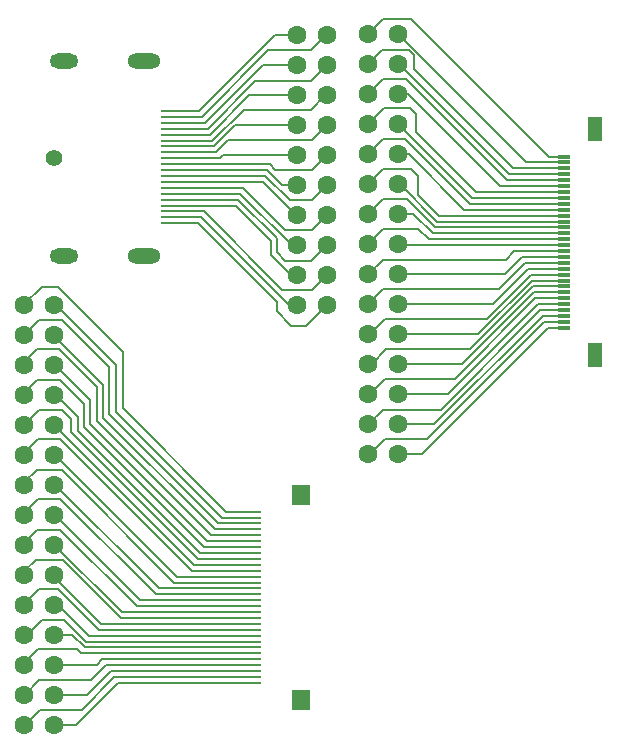
<source format=gbr>
G04 #@! TF.FileFunction,Copper,L1,Top,Signal*
%FSLAX46Y46*%
G04 Gerber Fmt 4.6, Leading zero omitted, Abs format (unit mm)*
G04 Created by KiCad (PCBNEW 4.0.7) date 08/09/18 14:36:55*
%MOMM*%
%LPD*%
G01*
G04 APERTURE LIST*
%ADD10C,0.100000*%
%ADD11R,2.400000X0.280000*%
%ADD12O,2.800000X1.300000*%
%ADD13O,2.400000X1.300000*%
%ADD14C,1.400000*%
%ADD15R,1.100000X0.250000*%
%ADD16R,1.500000X1.750000*%
%ADD17C,1.602000*%
%ADD18R,1.300000X2.000000*%
%ADD19R,1.000000X0.300000*%
%ADD20C,0.152400*%
G04 APERTURE END LIST*
D10*
D11*
X145916000Y-58332000D03*
X145916000Y-57832000D03*
X145916000Y-57332000D03*
X145916000Y-56832000D03*
X145916000Y-56332000D03*
X145916000Y-48832000D03*
X145916000Y-49332000D03*
X145916000Y-49832000D03*
X145916000Y-50332000D03*
X145916000Y-50832000D03*
X145916000Y-51332000D03*
X145916000Y-51832000D03*
X145916000Y-52332000D03*
X145916000Y-55832000D03*
X145916000Y-55332000D03*
X145916000Y-54832000D03*
X145916000Y-54332000D03*
X145916000Y-53832000D03*
X145916000Y-53332000D03*
D12*
X143316000Y-44582000D03*
D13*
X136536000Y-44582000D03*
D14*
X135636000Y-52832000D03*
D13*
X136536000Y-61082000D03*
D12*
X143316000Y-61082000D03*
D11*
X145916000Y-52832000D03*
D15*
X152650000Y-97250000D03*
X152650000Y-96750000D03*
X152650000Y-96250000D03*
X152650000Y-95750000D03*
X152650000Y-95250000D03*
X152650000Y-94750000D03*
X152650000Y-94250000D03*
X152650000Y-93750000D03*
X152650000Y-93250000D03*
X152650000Y-92750000D03*
X152650000Y-92250000D03*
X152650000Y-91750000D03*
X152650000Y-91250000D03*
X152650000Y-90750000D03*
X152650000Y-90250000D03*
X152650000Y-89750000D03*
X152650000Y-89250000D03*
X152650000Y-88750000D03*
X152650000Y-88250000D03*
X152650000Y-87750000D03*
X152650000Y-87250000D03*
X152650000Y-86750000D03*
X152650000Y-86250000D03*
X152650000Y-85750000D03*
X152650000Y-85250000D03*
X152650000Y-84750000D03*
X152650000Y-84250000D03*
X152650000Y-83750000D03*
X152650000Y-83250000D03*
X152650000Y-82750000D03*
D16*
X156550000Y-98675000D03*
X156550000Y-81325000D03*
D17*
X164770000Y-77880000D03*
X162230000Y-77880000D03*
X164770000Y-75340000D03*
X162230000Y-75340000D03*
X164770000Y-72800000D03*
X162230000Y-72800000D03*
X164770000Y-70260000D03*
X162230000Y-70260000D03*
X164770000Y-67720000D03*
X162230000Y-67720000D03*
X164770000Y-65180000D03*
X162230000Y-65180000D03*
X164770000Y-62640000D03*
X162230000Y-62640000D03*
X164770000Y-60100000D03*
X162230000Y-60100000D03*
X164770000Y-57560000D03*
X162230000Y-57560000D03*
X164770000Y-55020000D03*
X162230000Y-55020000D03*
X164770000Y-52480000D03*
X162230000Y-52480000D03*
X164770000Y-49940000D03*
X162230000Y-49940000D03*
X164770000Y-47400000D03*
X162230000Y-47400000D03*
X164770000Y-44860000D03*
X162230000Y-44860000D03*
X164770000Y-42320000D03*
X162230000Y-42320000D03*
X135670000Y-100780000D03*
X133130000Y-100780000D03*
X135670000Y-98240000D03*
X133130000Y-98240000D03*
X135670000Y-95700000D03*
X133130000Y-95700000D03*
X135670000Y-93160000D03*
X133130000Y-93160000D03*
X135670000Y-90620000D03*
X133130000Y-90620000D03*
X135670000Y-88080000D03*
X133130000Y-88080000D03*
X135670000Y-85540000D03*
X133130000Y-85540000D03*
X135670000Y-83000000D03*
X133130000Y-83000000D03*
X135670000Y-80460000D03*
X133130000Y-80460000D03*
X135670000Y-77920000D03*
X133130000Y-77920000D03*
X135670000Y-75380000D03*
X133130000Y-75380000D03*
X135670000Y-72840000D03*
X133130000Y-72840000D03*
X135670000Y-70300000D03*
X133130000Y-70300000D03*
X135670000Y-67760000D03*
X133130000Y-67760000D03*
X135670000Y-65220000D03*
X133130000Y-65220000D03*
X158750000Y-65278000D03*
X156210000Y-65278000D03*
X158750000Y-62738000D03*
X156210000Y-62738000D03*
X158750000Y-60198000D03*
X156210000Y-60198000D03*
X158750000Y-57658000D03*
X156210000Y-57658000D03*
X158750000Y-55118000D03*
X156210000Y-55118000D03*
X158750000Y-52578000D03*
X156210000Y-52578000D03*
X158750000Y-50038000D03*
X156210000Y-50038000D03*
X158750000Y-47498000D03*
X156210000Y-47498000D03*
X158750000Y-44958000D03*
X156210000Y-44958000D03*
X158750000Y-42418000D03*
X156210000Y-42418000D03*
D18*
X181500000Y-50385000D03*
D19*
X178800000Y-67185000D03*
X178800000Y-66685000D03*
X178800000Y-66185000D03*
X178800000Y-65685000D03*
X178800000Y-65185000D03*
X178800000Y-64685000D03*
X178800000Y-64185000D03*
X178800000Y-63685000D03*
X178800000Y-63185000D03*
X178800000Y-62685000D03*
X178800000Y-62185000D03*
X178800000Y-61685000D03*
X178800000Y-61185000D03*
X178800000Y-60685000D03*
X178800000Y-60185000D03*
X178800000Y-59685000D03*
X178800000Y-59185000D03*
X178800000Y-58685000D03*
X178800000Y-58185000D03*
X178800000Y-57685000D03*
X178800000Y-57185000D03*
X178800000Y-56685000D03*
X178800000Y-56185000D03*
X178800000Y-55685000D03*
X178800000Y-55185000D03*
X178800000Y-54685000D03*
X178800000Y-54185000D03*
X178800000Y-53685000D03*
X178800000Y-53185000D03*
X178800000Y-52685000D03*
D18*
X181500000Y-69485000D03*
D20*
X145916000Y-58332000D02*
X147868000Y-58332000D01*
X157028000Y-67000000D02*
X158750000Y-65278000D01*
X155700000Y-67000000D02*
X157028000Y-67000000D01*
X154500000Y-65800000D02*
X155700000Y-67000000D01*
X154500000Y-64964000D02*
X154500000Y-65800000D01*
X147868000Y-58332000D02*
X154500000Y-64964000D01*
X145916000Y-57832000D02*
X148132000Y-57832000D01*
X148132000Y-57832000D02*
X155578000Y-65278000D01*
X155578000Y-65278000D02*
X156210000Y-65278000D01*
X145916000Y-57332000D02*
X148332000Y-57332000D01*
X157488000Y-64000000D02*
X158750000Y-62738000D01*
X155000000Y-64000000D02*
X157488000Y-64000000D01*
X148332000Y-57332000D02*
X155000000Y-64000000D01*
X145916000Y-56832000D02*
X151032000Y-56832000D01*
X154000000Y-61000000D02*
X155738000Y-62738000D01*
X154000000Y-59800000D02*
X154000000Y-61000000D01*
X151032000Y-56832000D02*
X154000000Y-59800000D01*
X155738000Y-62738000D02*
X156210000Y-62738000D01*
X145916000Y-56332000D02*
X151268000Y-56332000D01*
X157448000Y-61500000D02*
X158750000Y-60198000D01*
X155200000Y-61500000D02*
X157448000Y-61500000D01*
X154500000Y-60800000D02*
X155200000Y-61500000D01*
X154500000Y-59564000D02*
X154500000Y-60800000D01*
X151268000Y-56332000D02*
X154500000Y-59564000D01*
X145916000Y-48832000D02*
X147968000Y-48832000D01*
X154382000Y-42418000D02*
X156210000Y-42418000D01*
X147968000Y-48832000D02*
X154382000Y-42418000D01*
X158750000Y-42418000D02*
X158682000Y-42418000D01*
X158682000Y-42418000D02*
X157400000Y-43700000D01*
X157400000Y-43700000D02*
X153800000Y-43700000D01*
X153800000Y-43700000D02*
X148168000Y-49332000D01*
X148168000Y-49332000D02*
X145916000Y-49332000D01*
X145916000Y-49832000D02*
X148468000Y-49832000D01*
X153342000Y-44958000D02*
X156210000Y-44958000D01*
X148468000Y-49832000D02*
X153342000Y-44958000D01*
X158750000Y-44958000D02*
X158742000Y-44958000D01*
X158742000Y-44958000D02*
X157400000Y-46300000D01*
X157400000Y-46300000D02*
X152700000Y-46300000D01*
X152700000Y-46300000D02*
X148668000Y-50332000D01*
X148668000Y-50332000D02*
X145916000Y-50332000D01*
X145916000Y-50832000D02*
X148868000Y-50832000D01*
X152202000Y-47498000D02*
X156210000Y-47498000D01*
X148868000Y-50832000D02*
X152202000Y-47498000D01*
X145916000Y-51332000D02*
X149068000Y-51332000D01*
X157400000Y-48700000D02*
X158602000Y-47498000D01*
X151700000Y-48700000D02*
X157400000Y-48700000D01*
X149068000Y-51332000D02*
X151700000Y-48700000D01*
X158602000Y-47498000D02*
X158750000Y-47498000D01*
X145916000Y-51832000D02*
X149168000Y-51832000D01*
X150962000Y-50038000D02*
X156210000Y-50038000D01*
X149168000Y-51832000D02*
X150962000Y-50038000D01*
X145916000Y-52332000D02*
X149368000Y-52332000D01*
X157488000Y-51300000D02*
X158750000Y-50038000D01*
X150400000Y-51300000D02*
X157488000Y-51300000D01*
X149368000Y-52332000D02*
X150400000Y-51300000D01*
X145916000Y-55832000D02*
X151432000Y-55832000D01*
X151432000Y-55832000D02*
X155798000Y-60198000D01*
X155798000Y-60198000D02*
X156210000Y-60198000D01*
X145916000Y-55332000D02*
X151632000Y-55332000D01*
X157508000Y-58900000D02*
X158750000Y-57658000D01*
X155200000Y-58900000D02*
X157508000Y-58900000D01*
X151632000Y-55332000D02*
X155200000Y-58900000D01*
X145916000Y-54832000D02*
X153332000Y-54832000D01*
X153332000Y-54832000D02*
X156158000Y-57658000D01*
X156158000Y-57658000D02*
X156210000Y-57658000D01*
X145916000Y-54332000D02*
X153532000Y-54332000D01*
X157468000Y-56400000D02*
X158750000Y-55118000D01*
X155600000Y-56400000D02*
X157468000Y-56400000D01*
X153532000Y-54332000D02*
X155600000Y-56400000D01*
X145916000Y-53832000D02*
X153668000Y-53832000D01*
X154954000Y-55118000D02*
X156210000Y-55118000D01*
X153668000Y-53832000D02*
X154954000Y-55118000D01*
X145916000Y-53332000D02*
X153932000Y-53332000D01*
X157528000Y-53800000D02*
X158750000Y-52578000D01*
X154400000Y-53800000D02*
X157528000Y-53800000D01*
X153932000Y-53332000D02*
X154400000Y-53800000D01*
X145916000Y-52832000D02*
X149668000Y-52832000D01*
X149922000Y-52578000D02*
X156210000Y-52578000D01*
X149668000Y-52832000D02*
X149922000Y-52578000D01*
X178800000Y-67185000D02*
X177485000Y-67185000D01*
X166790000Y-77880000D02*
X164770000Y-77880000D01*
X177485000Y-67185000D02*
X166790000Y-77880000D01*
X162230000Y-77880000D02*
X162420000Y-77880000D01*
X162420000Y-77880000D02*
X163700000Y-76600000D01*
X163700000Y-76600000D02*
X167200000Y-76600000D01*
X167200000Y-76600000D02*
X177115000Y-66685000D01*
X177115000Y-66685000D02*
X178800000Y-66685000D01*
X178800000Y-66185000D02*
X177015000Y-66185000D01*
X167860000Y-75340000D02*
X164770000Y-75340000D01*
X177015000Y-66185000D02*
X167860000Y-75340000D01*
X162230000Y-75340000D02*
X162260000Y-75340000D01*
X162260000Y-75340000D02*
X163500000Y-74100000D01*
X163500000Y-74100000D02*
X168400000Y-74100000D01*
X168400000Y-74100000D02*
X176815000Y-65685000D01*
X176815000Y-65685000D02*
X178800000Y-65685000D01*
X178800000Y-65185000D02*
X176615000Y-65185000D01*
X169000000Y-72800000D02*
X164770000Y-72800000D01*
X176615000Y-65185000D02*
X169000000Y-72800000D01*
X162230000Y-72800000D02*
X162400000Y-72800000D01*
X162400000Y-72800000D02*
X163700000Y-71500000D01*
X163700000Y-71500000D02*
X169600000Y-71500000D01*
X169600000Y-71500000D02*
X176415000Y-64685000D01*
X176415000Y-64685000D02*
X178800000Y-64685000D01*
X178800000Y-64185000D02*
X176315000Y-64185000D01*
X170240000Y-70260000D02*
X164770000Y-70260000D01*
X176315000Y-64185000D02*
X170240000Y-70260000D01*
X162230000Y-70260000D02*
X162540000Y-70260000D01*
X162540000Y-70260000D02*
X163800000Y-69000000D01*
X163800000Y-69000000D02*
X170900000Y-69000000D01*
X170900000Y-69000000D02*
X176215000Y-63685000D01*
X176215000Y-63685000D02*
X178800000Y-63685000D01*
X178800000Y-63185000D02*
X176115000Y-63185000D01*
X171580000Y-67720000D02*
X164770000Y-67720000D01*
X176115000Y-63185000D02*
X171580000Y-67720000D01*
X178800000Y-62685000D02*
X176015000Y-62685000D01*
X163700000Y-66400000D02*
X162380000Y-67720000D01*
X172300000Y-66400000D02*
X163700000Y-66400000D01*
X176015000Y-62685000D02*
X172300000Y-66400000D01*
X162380000Y-67720000D02*
X162230000Y-67720000D01*
X178800000Y-62185000D02*
X175815000Y-62185000D01*
X172820000Y-65180000D02*
X164770000Y-65180000D01*
X175815000Y-62185000D02*
X172820000Y-65180000D01*
X178800000Y-61685000D02*
X175515000Y-61685000D01*
X163510000Y-63900000D02*
X162230000Y-65180000D01*
X173300000Y-63900000D02*
X163510000Y-63900000D01*
X175515000Y-61685000D02*
X173300000Y-63900000D01*
X178800000Y-61185000D02*
X175315000Y-61185000D01*
X173860000Y-62640000D02*
X164770000Y-62640000D01*
X175315000Y-61185000D02*
X173860000Y-62640000D01*
X178800000Y-60685000D02*
X174615000Y-60685000D01*
X163470000Y-61400000D02*
X162230000Y-62640000D01*
X173900000Y-61400000D02*
X163470000Y-61400000D01*
X174615000Y-60685000D02*
X173900000Y-61400000D01*
X178800000Y-60185000D02*
X164855000Y-60185000D01*
X164855000Y-60185000D02*
X164770000Y-60100000D01*
X178800000Y-59685000D02*
X167385000Y-59685000D01*
X163530000Y-58800000D02*
X162230000Y-60100000D01*
X166500000Y-58800000D02*
X163530000Y-58800000D01*
X167385000Y-59685000D02*
X166500000Y-58800000D01*
X178800000Y-59185000D02*
X167715000Y-59185000D01*
X166090000Y-57560000D02*
X164770000Y-57560000D01*
X167715000Y-59185000D02*
X166090000Y-57560000D01*
X178800000Y-58685000D02*
X167915000Y-58685000D01*
X163490000Y-56300000D02*
X162230000Y-57560000D01*
X165530000Y-56300000D02*
X163490000Y-56300000D01*
X167915000Y-58685000D02*
X165530000Y-56300000D01*
X178800000Y-58185000D02*
X168115000Y-58185000D01*
X168115000Y-58185000D02*
X164950000Y-55020000D01*
X164950000Y-55020000D02*
X164770000Y-55020000D01*
X178800000Y-57685000D02*
X168215000Y-57685000D01*
X163550000Y-53700000D02*
X162230000Y-55020000D01*
X165900000Y-53700000D02*
X163550000Y-53700000D01*
X166500000Y-54300000D02*
X165900000Y-53700000D01*
X166500000Y-55970000D02*
X166500000Y-54300000D01*
X168215000Y-57685000D02*
X166500000Y-55970000D01*
X178800000Y-57185000D02*
X170385000Y-57185000D01*
X165680000Y-52480000D02*
X164770000Y-52480000D01*
X170385000Y-57185000D02*
X165680000Y-52480000D01*
X178800000Y-56685000D02*
X170885000Y-56685000D01*
X163510000Y-51200000D02*
X162230000Y-52480000D01*
X165400000Y-51200000D02*
X163510000Y-51200000D01*
X170885000Y-56685000D02*
X165400000Y-51200000D01*
X178800000Y-56185000D02*
X171015000Y-56185000D01*
X171015000Y-56185000D02*
X164770000Y-49940000D01*
X178800000Y-55685000D02*
X171385000Y-55685000D01*
X163570000Y-48600000D02*
X162230000Y-49940000D01*
X165800000Y-48600000D02*
X163570000Y-48600000D01*
X166300000Y-49100000D02*
X165800000Y-48600000D01*
X166300000Y-50600000D02*
X166300000Y-49100000D01*
X171385000Y-55685000D02*
X166300000Y-50600000D01*
X178800000Y-55185000D02*
X173385000Y-55185000D01*
X165600000Y-47400000D02*
X164770000Y-47400000D01*
X173385000Y-55185000D02*
X165600000Y-47400000D01*
X178800000Y-54685000D02*
X174015000Y-54685000D01*
X163500000Y-46100000D02*
X162230000Y-47370000D01*
X165430000Y-46100000D02*
X163500000Y-46100000D01*
X174015000Y-54685000D02*
X165430000Y-46100000D01*
X162230000Y-47370000D02*
X162230000Y-47400000D01*
X178800000Y-54185000D02*
X174215000Y-54185000D01*
X174215000Y-54185000D02*
X164890000Y-44860000D01*
X164890000Y-44860000D02*
X164770000Y-44860000D01*
X178800000Y-53685000D02*
X174515000Y-53685000D01*
X163390000Y-43700000D02*
X162230000Y-44860000D01*
X165700000Y-43700000D02*
X163390000Y-43700000D01*
X166100000Y-44100000D02*
X165700000Y-43700000D01*
X166100000Y-45270000D02*
X166100000Y-44100000D01*
X174515000Y-53685000D02*
X166100000Y-45270000D01*
X178800000Y-53185000D02*
X175635000Y-53185000D01*
X175635000Y-53185000D02*
X164770000Y-42320000D01*
X178800000Y-52685000D02*
X177585000Y-52685000D01*
X163550000Y-41000000D02*
X162230000Y-42320000D01*
X165900000Y-41000000D02*
X163550000Y-41000000D01*
X177585000Y-52685000D02*
X165900000Y-41000000D01*
X135670000Y-100780000D02*
X137520000Y-100780000D01*
X141050000Y-97250000D02*
X152650000Y-97250000D01*
X137520000Y-100780000D02*
X141050000Y-97250000D01*
X133130000Y-100780000D02*
X133220000Y-100780000D01*
X133220000Y-100780000D02*
X134500000Y-99500000D01*
X134500000Y-99500000D02*
X138000000Y-99500000D01*
X138000000Y-99500000D02*
X140750000Y-96750000D01*
X140750000Y-96750000D02*
X152650000Y-96750000D01*
X152650000Y-96250000D02*
X140450000Y-96250000D01*
X138460000Y-98240000D02*
X135670000Y-98240000D01*
X140450000Y-96250000D02*
X138460000Y-98240000D01*
X133130000Y-98240000D02*
X133160000Y-98240000D01*
X133160000Y-98240000D02*
X134400000Y-97000000D01*
X134400000Y-97000000D02*
X138800000Y-97000000D01*
X138800000Y-97000000D02*
X140050000Y-95750000D01*
X140050000Y-95750000D02*
X152650000Y-95750000D01*
X152650000Y-95250000D02*
X139750000Y-95250000D01*
X139300000Y-95700000D02*
X135670000Y-95700000D01*
X139750000Y-95250000D02*
X139300000Y-95700000D01*
X133130000Y-95700000D02*
X133130000Y-95570000D01*
X133130000Y-95570000D02*
X134300000Y-94400000D01*
X134300000Y-94400000D02*
X137600000Y-94400000D01*
X137600000Y-94400000D02*
X137950000Y-94750000D01*
X137950000Y-94750000D02*
X152650000Y-94750000D01*
X152650000Y-94250000D02*
X138250000Y-94250000D01*
X137160000Y-93160000D02*
X135670000Y-93160000D01*
X138250000Y-94250000D02*
X137160000Y-93160000D01*
X152650000Y-93750000D02*
X138350000Y-93750000D01*
X134600000Y-91900000D02*
X133340000Y-93160000D01*
X136500000Y-91900000D02*
X134600000Y-91900000D01*
X138350000Y-93750000D02*
X136500000Y-91900000D01*
X133340000Y-93160000D02*
X133130000Y-93160000D01*
X152650000Y-93250000D02*
X138650000Y-93250000D01*
X138650000Y-93250000D02*
X136020000Y-90620000D01*
X136020000Y-90620000D02*
X135670000Y-90620000D01*
X133130000Y-90620000D02*
X133130000Y-90570000D01*
X133130000Y-90570000D02*
X134400000Y-89300000D01*
X134400000Y-89300000D02*
X136000000Y-89300000D01*
X136000000Y-89300000D02*
X139450000Y-92750000D01*
X139450000Y-92750000D02*
X152650000Y-92750000D01*
X135670000Y-88080000D02*
X135670000Y-88270000D01*
X135670000Y-88270000D02*
X139650000Y-92250000D01*
X139650000Y-92250000D02*
X152650000Y-92250000D01*
X133130000Y-88080000D02*
X133130000Y-87770000D01*
X133130000Y-87770000D02*
X134100000Y-86800000D01*
X134100000Y-86800000D02*
X136400000Y-86800000D01*
X136400000Y-86800000D02*
X141350000Y-91750000D01*
X141350000Y-91750000D02*
X152650000Y-91750000D01*
X152650000Y-91250000D02*
X141380000Y-91250000D01*
X141380000Y-91250000D02*
X135670000Y-85540000D01*
X133130000Y-85540000D02*
X133130000Y-85370000D01*
X133130000Y-85370000D02*
X134200000Y-84300000D01*
X134200000Y-84300000D02*
X136200000Y-84300000D01*
X136200000Y-84300000D02*
X142650000Y-90750000D01*
X142650000Y-90750000D02*
X152650000Y-90750000D01*
X135670000Y-83000000D02*
X135700000Y-83000000D01*
X135700000Y-83000000D02*
X142950000Y-90250000D01*
X142950000Y-90250000D02*
X152650000Y-90250000D01*
X133130000Y-83000000D02*
X133130000Y-82870000D01*
X133130000Y-82870000D02*
X134300000Y-81700000D01*
X134300000Y-81700000D02*
X136200000Y-81700000D01*
X136200000Y-81700000D02*
X144250000Y-89750000D01*
X144250000Y-89750000D02*
X152650000Y-89750000D01*
X135670000Y-80460000D02*
X135760000Y-80460000D01*
X135760000Y-80460000D02*
X144550000Y-89250000D01*
X144550000Y-89250000D02*
X152650000Y-89250000D01*
X133130000Y-80460000D02*
X133130000Y-80270000D01*
X133130000Y-80270000D02*
X134200000Y-79200000D01*
X134200000Y-79200000D02*
X136300000Y-79200000D01*
X136300000Y-79200000D02*
X145850000Y-88750000D01*
X145850000Y-88750000D02*
X152650000Y-88750000D01*
X135670000Y-77920000D02*
X135720000Y-77920000D01*
X135720000Y-77920000D02*
X146050000Y-88250000D01*
X146050000Y-88250000D02*
X152650000Y-88250000D01*
X133130000Y-77920000D02*
X133130000Y-77770000D01*
X133130000Y-77770000D02*
X134300000Y-76600000D01*
X134300000Y-76600000D02*
X136200000Y-76600000D01*
X136200000Y-76600000D02*
X147350000Y-87750000D01*
X147350000Y-87750000D02*
X152650000Y-87750000D01*
X135670000Y-75380000D02*
X135680000Y-75380000D01*
X135680000Y-75380000D02*
X147550000Y-87250000D01*
X147550000Y-87250000D02*
X152650000Y-87250000D01*
X152650000Y-86750000D02*
X147850000Y-86750000D01*
X134410000Y-74100000D02*
X133130000Y-75380000D01*
X136300000Y-74100000D02*
X134410000Y-74100000D01*
X137100000Y-74900000D02*
X136300000Y-74100000D01*
X137100000Y-76000000D02*
X137100000Y-74900000D01*
X147850000Y-86750000D02*
X137100000Y-76000000D01*
X135670000Y-72840000D02*
X135840000Y-72840000D01*
X135840000Y-72840000D02*
X137700000Y-74700000D01*
X137700000Y-74700000D02*
X137700000Y-75900000D01*
X137700000Y-75900000D02*
X148050000Y-86250000D01*
X148050000Y-86250000D02*
X152650000Y-86250000D01*
X133130000Y-72840000D02*
X133130000Y-72670000D01*
X133130000Y-72670000D02*
X134200000Y-71600000D01*
X134200000Y-71600000D02*
X136200000Y-71600000D01*
X136200000Y-71600000D02*
X138200000Y-73600000D01*
X138200000Y-73600000D02*
X138200000Y-75600000D01*
X138200000Y-75600000D02*
X148350000Y-85750000D01*
X148350000Y-85750000D02*
X152650000Y-85750000D01*
X152650000Y-85250000D02*
X148650000Y-85250000D01*
X138700000Y-73300000D02*
X135700000Y-70300000D01*
X138700000Y-75300000D02*
X138700000Y-73300000D01*
X148650000Y-85250000D02*
X138700000Y-75300000D01*
X135700000Y-70300000D02*
X135670000Y-70300000D01*
X133130000Y-70300000D02*
X133130000Y-70070000D01*
X133130000Y-70070000D02*
X134200000Y-69000000D01*
X134200000Y-69000000D02*
X136100000Y-69000000D01*
X136100000Y-69000000D02*
X139300000Y-72200000D01*
X139300000Y-72200000D02*
X139300000Y-75100000D01*
X139300000Y-75100000D02*
X148950000Y-84750000D01*
X148950000Y-84750000D02*
X152650000Y-84750000D01*
X135670000Y-67760000D02*
X135670000Y-67870000D01*
X135670000Y-67870000D02*
X139800000Y-72000000D01*
X139800000Y-72000000D02*
X139800000Y-74800000D01*
X139800000Y-74800000D02*
X149250000Y-84250000D01*
X149250000Y-84250000D02*
X152650000Y-84250000D01*
X133130000Y-67760000D02*
X133140000Y-67760000D01*
X133140000Y-67760000D02*
X134400000Y-66500000D01*
X134400000Y-66500000D02*
X136300000Y-66500000D01*
X136300000Y-66500000D02*
X140300000Y-70500000D01*
X140300000Y-70500000D02*
X140300000Y-74500000D01*
X140300000Y-74500000D02*
X149550000Y-83750000D01*
X149550000Y-83750000D02*
X152650000Y-83750000D01*
X135670000Y-65220000D02*
X135820000Y-65220000D01*
X135820000Y-65220000D02*
X140900000Y-70300000D01*
X140900000Y-70300000D02*
X140900000Y-74300000D01*
X140900000Y-74300000D02*
X149850000Y-83250000D01*
X149850000Y-83250000D02*
X152650000Y-83250000D01*
X133130000Y-65220000D02*
X133130000Y-65170000D01*
X133130000Y-65170000D02*
X134600000Y-63700000D01*
X134600000Y-63700000D02*
X136000000Y-63700000D01*
X136000000Y-63700000D02*
X141500000Y-69200000D01*
X141500000Y-69200000D02*
X141500000Y-74000000D01*
X141500000Y-74000000D02*
X150250000Y-82750000D01*
X150250000Y-82750000D02*
X152650000Y-82750000D01*
M02*

</source>
